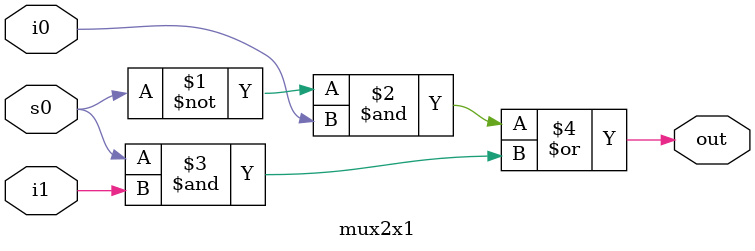
<source format=v>
module mux2x1(input i0,i1,s0, output out);
	assign out = (~s0&i0)|(s0&i1);
endmodule

/*OR we can write it as
module mux2x1(input i0,i1,s0, output out ); 
	assign out = s0?i1:i0;  
endmodule*/

/*OR we can write it as
module mux2x1(input i0,i1,s0, output out ); 
	always @(*) begin
		case(s0)
		0 : out = i0;
		1 : out = i1;
	end
endmodule*/

/*OR we can write it as 
module mux2x1(input i0,i1,s0, output out );
	always @(*) begin
	if(s0 = 0)
		out = i0;
	else
		out = i1;
	end
endmodule*/
		
</source>
